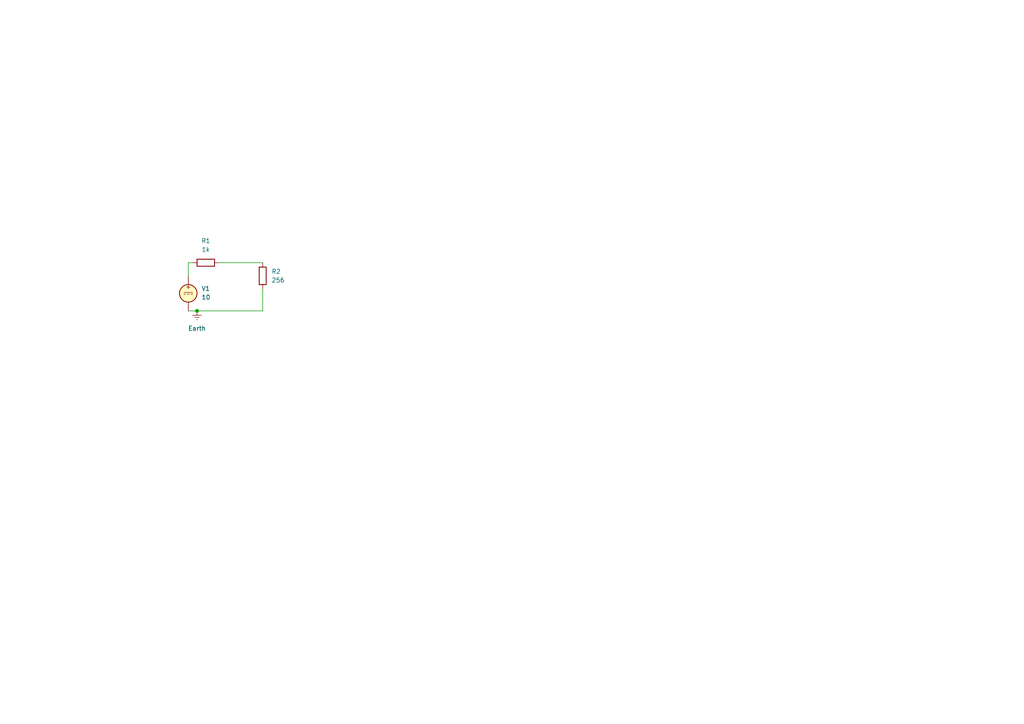
<source format=kicad_sch>
(kicad_sch (version 20250114) (generator "eeschema") (generator_version "9.0")
  (paper "A4")
  (lib_symbols
    (symbol "Device:R" (pin_numbers (hide yes)) (pin_names (offset 0))
      (property "Reference" "R" (at 2.032 0 90))
      (property "Value" "R" (at 0 0 90))
      (symbol "R_0_1"
        (rectangle (start -1.016 -2.54) (end 1.016 2.54) (stroke (width 0.254)))
      )
      (symbol "R_1_1"
        (pin passive line (at 0 3.81 270) (length 1.27) (name "~") (number "1"))
        (pin passive line (at 0 -3.81 90) (length 1.27) (name "~") (number "2"))
      )
    )
    (symbol "Simulation_SPICE:VDC" (pin_numbers (hide yes)) (pin_names (offset 0.0254))
      (property "Reference" "V" (at 2.54 2.54 0))
      (property "Value" "1" (at 2.54 0 0))
      (symbol "VDC_0_0"
        (polyline (pts (xy -1.27 0.254) (xy 1.27 0.254)))
        (polyline (pts (xy -0.762 -0.254) (xy -1.27 -0.254)))
        (polyline (pts (xy 0.254 -0.254) (xy -0.254 -0.254)))
        (polyline (pts (xy 1.27 -0.254) (xy 0.762 -0.254)))
        (text "+" (at 0 1.905 0) (effects (font (size 1.27 1.27))))
      )
      (symbol "VDC_0_1"
        (circle (center 0 0) (radius 2.54) (stroke (width 0.254)) (fill (type background)))
      )
      (symbol "VDC_1_1"
        (pin passive line (at 0 5.08 270) (length 2.54) (name "~") (number "1"))
        (pin passive line (at 0 -5.08 90) (length 2.54) (name "~") (number "2"))
      )
    )
    (symbol "power:Earth" (power) (pin_numbers (hide yes)) (pin_names (offset 0) (hide yes))
      (property "Value" "Earth" (at 0 -3.81 0))
      (symbol "Earth_0_1"
        (polyline (pts (xy -0.635 -1.905) (xy 0.635 -1.905)))
        (polyline (pts (xy -0.127 -2.54) (xy 0.127 -2.54)))
        (polyline (pts (xy 0 -1.27) (xy 0 0)))
        (polyline (pts (xy 1.27 -1.27) (xy -1.27 -1.27)))
      )
      (symbol "Earth_1_1"
        (pin power_in line (at 0 0 270) (length 0) (name "~") (number "1"))
      )
    )
  )
  (junction (at 57.15 90.17))
  (wire (pts (xy 76.2 90.17) (xy 76.2 83.82)))
  (wire (pts (xy 54.61 90.17) (xy 57.15 90.17)))
  (wire (pts (xy 55.88 76.2) (xy 54.61 76.2)))
  (wire (pts (xy 63.5 76.2) (xy 76.2 76.2)))
  (wire (pts (xy 57.15 90.17) (xy 76.2 90.17)))
  (wire (pts (xy 54.61 76.2) (xy 54.61 80.01)))
  (symbol (lib_id "Device:R") (at 59.69 76.2 270) (unit 1)
    (property "Reference" "R1" (at 59.69 69.85 90))
    (property "Value" "1k" (at 59.69 72.39 90))
    (property "Description" "Resistor" (effects (hide yes)))
  )
  (symbol (lib_id "Device:R") (at 76.2 80.01 0) (unit 1)
    (property "Reference" "R2" (at 78.74 78.7399 0) (effects (justify left)))
    (property "Value" "256" (at 78.74 81.2799 0) (effects (justify left)))
    (property "Description" "Resistor" (effects (hide yes)))
  )
  (symbol (lib_id "power:Earth") (at 57.15 90.17 0) (unit 1)
    (property "Reference" "#PWR01" (effects (hide yes)))
    (property "Value" "Earth" (at 57.15 95.25 0))
    (property "Description" "Power symbol creates a global label with name \"Earth\"" (effects (hide yes)))
  )
  (symbol (lib_id "Simulation_SPICE:VDC") (at 54.61 85.09 0) (unit 1)
    (property "Reference" "V1" (at 58.42 83.6901 0) (effects (justify left)))
    (property "Value" "10" (at 58.42 86.2301 0) (effects (justify left)))
    (property "Datasheet" "https://ngspice.sourceforge.io/docs/ngspice-html-manual/manual.xhtml#sec_Independent_Sources_for" (effects (hide yes)))
    (property "Description" "Voltage source, DC" (effects (hide yes)))
    (property "Sim.Pins" "1=+ 2=-" (effects (hide yes)))
    (property "Sim.Type" "DC" (effects (hide yes)))
    (property "Sim.Device" "V" (effects (hide yes)))
  )
)
</source>
